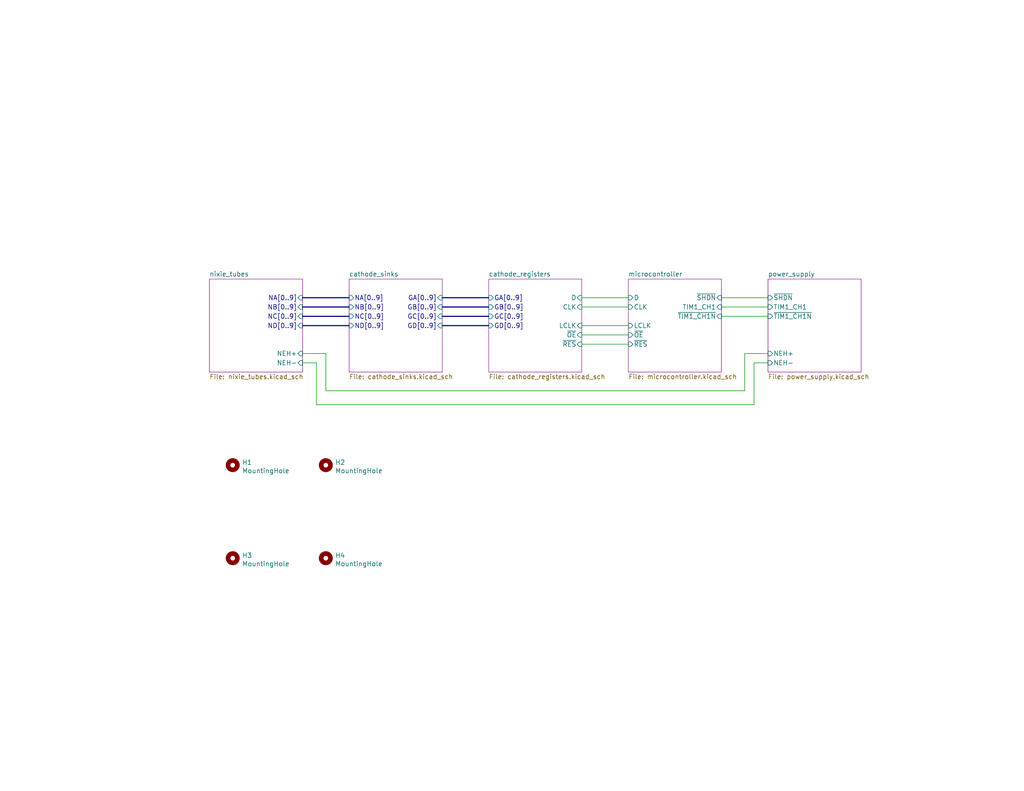
<source format=kicad_sch>
(kicad_sch (version 20210126) (generator eeschema)
  (paper "USLetter")
  (title_block (title "Nixie Clock") (date "2021-03-24") (rev "20210324") (company "Bastian de Byl"))
  (lib_symbols
    (symbol "Mechanical:MountingHole" (pin_names (offset 1.016))
      (property "Reference" "H" (at 0 5.08 0))
      (property "Value" "MountingHole" (at 0 3.175 0))
      (symbol "MountingHole_0_1"
        (circle (center 0 0) (radius 1.27) (stroke (width 1.27)))
      )
    )
  )
  (wire (pts (xy 82.55 96.52) (xy 88.9 96.52)))
  (wire (pts (xy 86.36 99.06) (xy 82.55 99.06)))
  (wire (pts (xy 86.36 110.49) (xy 86.36 99.06)))
  (wire (pts (xy 88.9 96.52) (xy 88.9 106.68)))
  (wire (pts (xy 88.9 106.68) (xy 203.2 106.68)))
  (wire (pts (xy 158.75 81.28) (xy 171.45 81.28)))
  (wire (pts (xy 158.75 83.82) (xy 171.45 83.82)))
  (wire (pts (xy 158.75 88.9) (xy 171.45 88.9)))
  (wire (pts (xy 158.75 91.44) (xy 171.45 91.44)))
  (wire (pts (xy 158.75 93.98) (xy 171.45 93.98)))
  (wire (pts (xy 196.85 81.28) (xy 209.55 81.28)))
  (wire (pts (xy 196.85 83.82) (xy 209.55 83.82)))
  (wire (pts (xy 196.85 86.36) (xy 209.55 86.36)))
  (wire (pts (xy 203.2 96.52) (xy 209.55 96.52)))
  (wire (pts (xy 203.2 106.68) (xy 203.2 96.52)))
  (wire (pts (xy 205.74 99.06) (xy 205.74 110.49)))
  (wire (pts (xy 205.74 110.49) (xy 86.36 110.49)))
  (wire (pts (xy 209.55 99.06) (xy 205.74 99.06)))
  (bus (pts (xy 82.55 81.28) (xy 95.25 81.28)))
  (bus (pts (xy 82.55 83.82) (xy 95.25 83.82)))
  (bus (pts (xy 82.55 86.36) (xy 95.25 86.36)))
  (bus (pts (xy 82.55 88.9) (xy 95.25 88.9)))
  (bus (pts (xy 120.65 81.28) (xy 133.35 81.28)))
  (bus (pts (xy 120.65 83.82) (xy 133.35 83.82)))
  (bus (pts (xy 120.65 86.36) (xy 133.35 86.36)))
  (bus (pts (xy 120.65 88.9) (xy 133.35 88.9)))
  (symbol (lib_id "Mechanical:MountingHole") (at 63.5 127 0) (unit 1)
    (property "Reference" "H1" (at 66.0401 126.2391 0) (effects (justify left)))
    (property "Value" "MountingHole" (at 66.0401 128.5378 0) (effects (justify left)))
    (property "Footprint" "MountingHole:MountingHole_5.3mm_M5_Pad" (effects hide))
  )
  (symbol (lib_id "Mechanical:MountingHole") (at 63.5 152.4 0) (unit 1)
    (property "Reference" "H3" (at 66.0401 151.6391 0) (effects (justify left)))
    (property "Value" "MountingHole" (at 66.0401 153.9378 0) (effects (justify left)))
    (property "Footprint" "MountingHole:MountingHole_5.3mm_M5_Pad" (effects hide))
  )
  (symbol (lib_id "Mechanical:MountingHole") (at 88.9 127 0) (unit 1)
    (property "Reference" "H2" (at 91.4401 126.2391 0) (effects (justify left)))
    (property "Value" "MountingHole" (at 91.4401 128.5378 0) (effects (justify left)))
    (property "Footprint" "MountingHole:MountingHole_5.3mm_M5_Pad" (effects hide))
  )
  (symbol (lib_id "Mechanical:MountingHole") (at 88.9 152.4 0) (unit 1)
    (property "Reference" "H4" (at 91.4401 151.6391 0) (effects (justify left)))
    (property "Value" "MountingHole" (at 91.4401 153.9378 0) (effects (justify left)))
    (property "Footprint" "MountingHole:MountingHole_5.3mm_M5_Pad" (effects hide))
  )
  (sheet (at 133.35 76.2) (size 25.4 25.4) (stroke (width 0.001) (color 132 0 132 1)) (fill (color 255 255 255 0.0000))
    (property "Sheet name" "cathode_registers" (at 133.35 75.5641 0) (effects (justify left bottom)))
    (property "Sheet file" "cathode_registers.kicad_sch" (at 133.35 102.1089 0) (effects (justify left top)))
    (pin "GD[0..9]" input (at 133.35 88.9 180))
    (pin "GC[0..9]" input (at 133.35 86.36 180))
    (pin "GA[0..9]" input (at 133.35 81.28 180))
    (pin "GB[0..9]" input (at 133.35 83.82 180))
    (pin "D" input (at 158.75 81.28 0))
    (pin "~OE" input (at 158.75 91.44 0))
    (pin "LCLK" input (at 158.75 88.9 0))
    (pin "CLK" input (at 158.75 83.82 0))
    (pin "~RES" input (at 158.75 93.98 0))
  )
  (sheet (at 95.25 76.2) (size 25.4 25.4) (stroke (width 0.001) (color 132 0 132 1)) (fill (color 255 255 255 0.0000))
    (property "Sheet name" "cathode_sinks" (at 95.25 75.5641 0) (effects (justify left bottom)))
    (property "Sheet file" "cathode_sinks.kicad_sch" (at 95.25 102.1089 0) (effects (justify left top)))
    (pin "GD[0..9]" input (at 120.65 88.9 0))
    (pin "GC[0..9]" input (at 120.65 86.36 0))
    (pin "NB[0..9]" input (at 95.25 83.82 180))
    (pin "ND[0..9]" input (at 95.25 88.9 180))
    (pin "NC[0..9]" input (at 95.25 86.36 180))
    (pin "NA[0..9]" input (at 95.25 81.28 180))
    (pin "GB[0..9]" input (at 120.65 83.82 0))
    (pin "GA[0..9]" input (at 120.65 81.28 0))
  )
  (sheet (at 171.45 76.2) (size 25.4 25.4) (stroke (width 0.0006) (color 132 0 132 1)) (fill (color 255 255 255 0.0000))
    (property "Sheet name" "microcontroller" (at 171.45 75.5643 0) (effects (justify left bottom)))
    (property "Sheet file" "microcontroller.kicad_sch" (at 171.45 102.1087 0) (effects (justify left top)))
    (pin "LCLK" input (at 171.45 88.9 180))
    (pin "~OE" input (at 171.45 91.44 180))
    (pin "~RES" input (at 171.45 93.98 180))
    (pin "CLK" input (at 171.45 83.82 180))
    (pin "D" input (at 171.45 81.28 180))
    (pin "~SHDN" input (at 196.85 81.28 0))
    (pin "TIM1_CH1" input (at 196.85 83.82 0))
    (pin "~TIM1_CH1N" input (at 196.85 86.36 0))
  )
  (sheet (at 57.15 76.2) (size 25.4 25.4) (stroke (width 0.001) (color 132 0 132 1)) (fill (color 255 255 255 0.0000))
    (property "Sheet name" "nixie_tubes" (at 57.15 75.5641 0) (effects (justify left bottom)))
    (property "Sheet file" "nixie_tubes.kicad_sch" (at 57.15 102.1089 0) (effects (justify left top)))
    (pin "NA[0..9]" input (at 82.55 81.28 0))
    (pin "NB[0..9]" input (at 82.55 83.82 0))
    (pin "NC[0..9]" input (at 82.55 86.36 0))
    (pin "ND[0..9]" input (at 82.55 88.9 0))
    (pin "NEH+" input (at 82.55 96.52 0))
    (pin "NEH-" input (at 82.55 99.06 0))
  )
  (sheet (at 209.55 76.2) (size 25.4 25.4) (stroke (width 0.001) (color 132 0 132 1)) (fill (color 255 255 255 0.0000))
    (property "Sheet name" "power_supply" (at 209.55 75.5641 0) (effects (justify left bottom)))
    (property "Sheet file" "power_supply.kicad_sch" (at 209.55 102.1089 0) (effects (justify left top)))
    (pin "~SHDN" input (at 209.55 81.28 180))
    (pin "NEH+" input (at 209.55 96.52 180))
    (pin "NEH-" input (at 209.55 99.06 180))
    (pin "~TIM1_CH1N" input (at 209.55 86.36 180))
    (pin "TIM1_CH1" input (at 209.55 83.82 180))
  )
)
</source>
